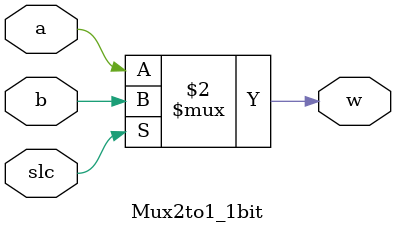
<source format=v>
module Mux2to1_1bit(slc, a, b, w);
    
    
    input slc;
    input  a, b;

    output  w;
    
    assign w = ~slc ? a : b;

endmodule

</source>
